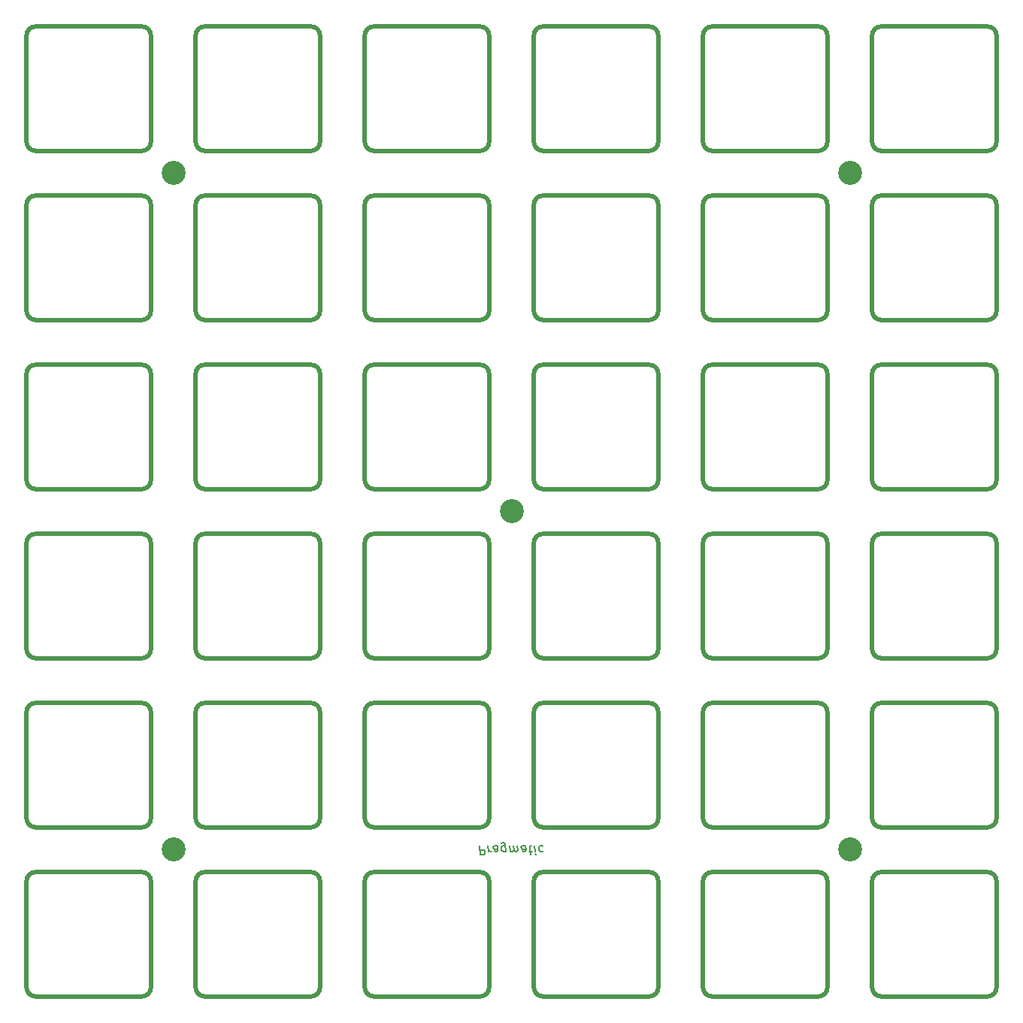
<source format=gbs>
%TF.GenerationSoftware,KiCad,Pcbnew,(6.0.1-0)*%
%TF.CreationDate,2022-02-06T13:55:38+08:00*%
%TF.ProjectId,Plate,506c6174-652e-46b6-9963-61645f706362,rev?*%
%TF.SameCoordinates,Original*%
%TF.FileFunction,Soldermask,Bot*%
%TF.FilePolarity,Negative*%
%FSLAX46Y46*%
G04 Gerber Fmt 4.6, Leading zero omitted, Abs format (unit mm)*
G04 Created by KiCad (PCBNEW (6.0.1-0)) date 2022-02-06 13:55:38*
%MOMM*%
%LPD*%
G01*
G04 APERTURE LIST*
%ADD10C,0.150000*%
%ADD11C,0.500000*%
%ADD12C,2.700000*%
G04 APERTURE END LIST*
D10*
X75732706Y-117022619D02*
X75857706Y-118022619D01*
X76238658Y-118022619D01*
X76327944Y-117975000D01*
X76369611Y-117927380D01*
X76405325Y-117832142D01*
X76387468Y-117689285D01*
X76327944Y-117594047D01*
X76274373Y-117546428D01*
X76173182Y-117498809D01*
X75792230Y-117498809D01*
X76732706Y-117022619D02*
X76816039Y-117689285D01*
X76792230Y-117498809D02*
X76851753Y-117594047D01*
X76905325Y-117641666D01*
X77006515Y-117689285D01*
X77101753Y-117689285D01*
X77780325Y-117022619D02*
X77845801Y-117546428D01*
X77810087Y-117641666D01*
X77720801Y-117689285D01*
X77530325Y-117689285D01*
X77429134Y-117641666D01*
X77786277Y-117070238D02*
X77685087Y-117022619D01*
X77446992Y-117022619D01*
X77357706Y-117070238D01*
X77321992Y-117165476D01*
X77333896Y-117260714D01*
X77393420Y-117355952D01*
X77494611Y-117403571D01*
X77732706Y-117403571D01*
X77833896Y-117451190D01*
X78768420Y-117689285D02*
X78667230Y-116879761D01*
X78607706Y-116784523D01*
X78554134Y-116736904D01*
X78452944Y-116689285D01*
X78310087Y-116689285D01*
X78220801Y-116736904D01*
X78691039Y-117070238D02*
X78589849Y-117022619D01*
X78399373Y-117022619D01*
X78310087Y-117070238D01*
X78268420Y-117117857D01*
X78232706Y-117213095D01*
X78268420Y-117498809D01*
X78327944Y-117594047D01*
X78381515Y-117641666D01*
X78482706Y-117689285D01*
X78673182Y-117689285D01*
X78762468Y-117641666D01*
X79161277Y-117022619D02*
X79244611Y-117689285D01*
X79232706Y-117594047D02*
X79286277Y-117641666D01*
X79387468Y-117689285D01*
X79530325Y-117689285D01*
X79619611Y-117641666D01*
X79655325Y-117546428D01*
X79589849Y-117022619D01*
X79655325Y-117546428D02*
X79714849Y-117641666D01*
X79816039Y-117689285D01*
X79958896Y-117689285D01*
X80048182Y-117641666D01*
X80083896Y-117546428D01*
X80018420Y-117022619D01*
X80923182Y-117022619D02*
X80988658Y-117546428D01*
X80952944Y-117641666D01*
X80863658Y-117689285D01*
X80673182Y-117689285D01*
X80571992Y-117641666D01*
X80929134Y-117070238D02*
X80827944Y-117022619D01*
X80589849Y-117022619D01*
X80500563Y-117070238D01*
X80464849Y-117165476D01*
X80476753Y-117260714D01*
X80536277Y-117355952D01*
X80637468Y-117403571D01*
X80875563Y-117403571D01*
X80976753Y-117451190D01*
X81339849Y-117689285D02*
X81720801Y-117689285D01*
X81524373Y-118022619D02*
X81417230Y-117165476D01*
X81452944Y-117070238D01*
X81542230Y-117022619D01*
X81637468Y-117022619D01*
X81970801Y-117022619D02*
X82054134Y-117689285D01*
X82095801Y-118022619D02*
X82042230Y-117975000D01*
X82083896Y-117927380D01*
X82137468Y-117975000D01*
X82095801Y-118022619D01*
X82083896Y-117927380D01*
X82881515Y-117070238D02*
X82780325Y-117022619D01*
X82589849Y-117022619D01*
X82500563Y-117070238D01*
X82458896Y-117117857D01*
X82423182Y-117213095D01*
X82458896Y-117498809D01*
X82518420Y-117594047D01*
X82571992Y-117641666D01*
X82673182Y-117689285D01*
X82863658Y-117689285D01*
X82952944Y-117641666D01*
D11*
%TO.C,REF\u002A\u002A27*%
X94899999Y-114950001D02*
X82899999Y-114950001D01*
X81900000Y-101950000D02*
X81900000Y-113950000D01*
X82900000Y-100950000D02*
X94900000Y-100950000D01*
X95900000Y-113950000D02*
X95900000Y-101950000D01*
X81899999Y-113950001D02*
G75*
G03*
X82899999Y-114950001I1000003J3D01*
G01*
X95900001Y-101949999D02*
G75*
G03*
X94900001Y-100949999I-1000003J-3D01*
G01*
X82900000Y-100950000D02*
G75*
G03*
X81900000Y-101950000I3J-1000003D01*
G01*
X94900001Y-114950001D02*
G75*
G03*
X95900001Y-113950001I-3J1000003D01*
G01*
%TO.C,REF\u002A\u002A19*%
X57800000Y-94900000D02*
X57800000Y-82900000D01*
X44800000Y-81900000D02*
X56800000Y-81900000D01*
X56799999Y-95900001D02*
X44799999Y-95900001D01*
X43800000Y-82900000D02*
X43800000Y-94900000D01*
X44800000Y-81900000D02*
G75*
G03*
X43800000Y-82900000I3J-1000003D01*
G01*
X56800001Y-95900001D02*
G75*
G03*
X57800001Y-94900001I-3J1000003D01*
G01*
X57800001Y-82899999D02*
G75*
G03*
X56800001Y-81899999I-1000003J-3D01*
G01*
X43799999Y-94900001D02*
G75*
G03*
X44799999Y-95900001I1000003J3D01*
G01*
%TO.C,REF\u002A\u002A10*%
X114950000Y-56800000D02*
X114950000Y-44800000D01*
X113949999Y-57800001D02*
X101949999Y-57800001D01*
X101950000Y-43800000D02*
X113950000Y-43800000D01*
X100950000Y-44800000D02*
X100950000Y-56800000D01*
X100949999Y-56800001D02*
G75*
G03*
X101949999Y-57800001I1000003J3D01*
G01*
X114950001Y-44799999D02*
G75*
G03*
X113950001Y-43799999I-1000003J-3D01*
G01*
X113950001Y-57800001D02*
G75*
G03*
X114950001Y-56800001I-3J1000003D01*
G01*
X101950000Y-43800000D02*
G75*
G03*
X100950000Y-44800000I3J-1000003D01*
G01*
%TO.C,REF\u002A\u002A2*%
X62850000Y-25750000D02*
X62850000Y-37750000D01*
X76850000Y-37750000D02*
X76850000Y-25750000D01*
X63850000Y-24750000D02*
X75850000Y-24750000D01*
X75849999Y-38750001D02*
X63849999Y-38750001D01*
X63850000Y-24750000D02*
G75*
G03*
X62850000Y-25750000I3J-1000003D01*
G01*
X62849999Y-37750001D02*
G75*
G03*
X63849999Y-38750001I1000003J3D01*
G01*
X76850001Y-25749999D02*
G75*
G03*
X75850001Y-24749999I-1000003J-3D01*
G01*
X75850001Y-38750001D02*
G75*
G03*
X76850001Y-37750001I-3J1000003D01*
G01*
%TO.C,REF\u002A\u002A3*%
X82900000Y-24750000D02*
X94900000Y-24750000D01*
X81900000Y-25750000D02*
X81900000Y-37750000D01*
X95900000Y-37750000D02*
X95900000Y-25750000D01*
X94899999Y-38750001D02*
X82899999Y-38750001D01*
X82900000Y-24750000D02*
G75*
G03*
X81900000Y-25750000I3J-1000003D01*
G01*
X95900001Y-25749999D02*
G75*
G03*
X94900001Y-24749999I-1000003J-3D01*
G01*
X94900001Y-38750001D02*
G75*
G03*
X95900001Y-37750001I-3J1000003D01*
G01*
X81899999Y-37750001D02*
G75*
G03*
X82899999Y-38750001I1000003J3D01*
G01*
%TO.C,REF\u002A\u002A13*%
X43800000Y-63850000D02*
X43800000Y-75850000D01*
X57800000Y-75850000D02*
X57800000Y-63850000D01*
X44800000Y-62850000D02*
X56800000Y-62850000D01*
X56799999Y-76850001D02*
X44799999Y-76850001D01*
X43799999Y-75850001D02*
G75*
G03*
X44799999Y-76850001I1000003J3D01*
G01*
X44800000Y-62850000D02*
G75*
G03*
X43800000Y-63850000I3J-1000003D01*
G01*
X56800001Y-76850001D02*
G75*
G03*
X57800001Y-75850001I-3J1000003D01*
G01*
X57800001Y-63849999D02*
G75*
G03*
X56800001Y-62849999I-1000003J-3D01*
G01*
%TO.C,REF\u002A\u002A23*%
X134000000Y-94900000D02*
X134000000Y-82900000D01*
X132999999Y-95900001D02*
X120999999Y-95900001D01*
X120000000Y-82900000D02*
X120000000Y-94900000D01*
X121000000Y-81900000D02*
X133000000Y-81900000D01*
X121000000Y-81900000D02*
G75*
G03*
X120000000Y-82900000I3J-1000003D01*
G01*
X133000001Y-95900001D02*
G75*
G03*
X134000001Y-94900001I-3J1000003D01*
G01*
X134000001Y-82899999D02*
G75*
G03*
X133000001Y-81899999I-1000003J-3D01*
G01*
X119999999Y-94900001D02*
G75*
G03*
X120999999Y-95900001I1000003J3D01*
G01*
%TO.C,REF\u002A\u002A6*%
X37749999Y-57800001D02*
X25749999Y-57800001D01*
X38750000Y-56800000D02*
X38750000Y-44800000D01*
X25750000Y-43800000D02*
X37750000Y-43800000D01*
X24750000Y-44800000D02*
X24750000Y-56800000D01*
X38750001Y-44799999D02*
G75*
G03*
X37750001Y-43799999I-1000003J-3D01*
G01*
X24749999Y-56800001D02*
G75*
G03*
X25749999Y-57800001I1000003J3D01*
G01*
X37750001Y-57800001D02*
G75*
G03*
X38750001Y-56800001I-3J1000003D01*
G01*
X25750000Y-43800000D02*
G75*
G03*
X24750000Y-44800000I3J-1000003D01*
G01*
%TO.C,REF\u002A\u002A35*%
X120000000Y-121000000D02*
X120000000Y-133000000D01*
X134000000Y-133000000D02*
X134000000Y-121000000D01*
X132999999Y-134000001D02*
X120999999Y-134000001D01*
X121000000Y-120000000D02*
X133000000Y-120000000D01*
X133000001Y-134000001D02*
G75*
G03*
X134000001Y-133000001I-3J1000003D01*
G01*
X134000001Y-120999999D02*
G75*
G03*
X133000001Y-119999999I-1000003J-3D01*
G01*
X119999999Y-133000001D02*
G75*
G03*
X120999999Y-134000001I1000003J3D01*
G01*
X121000000Y-120000000D02*
G75*
G03*
X120000000Y-121000000I3J-1000003D01*
G01*
%TO.C,REF\u002A\u002A26*%
X76850000Y-113950000D02*
X76850000Y-101950000D01*
X63850000Y-100950000D02*
X75850000Y-100950000D01*
X75849999Y-114950001D02*
X63849999Y-114950001D01*
X62850000Y-101950000D02*
X62850000Y-113950000D01*
X76850001Y-101949999D02*
G75*
G03*
X75850001Y-100949999I-1000003J-3D01*
G01*
X62849999Y-113950001D02*
G75*
G03*
X63849999Y-114950001I1000003J3D01*
G01*
X63850000Y-100950000D02*
G75*
G03*
X62850000Y-101950000I3J-1000003D01*
G01*
X75850001Y-114950001D02*
G75*
G03*
X76850001Y-113950001I-3J1000003D01*
G01*
%TO.C,REF\u002A\u002A22*%
X101950000Y-81900000D02*
X113950000Y-81900000D01*
X113949999Y-95900001D02*
X101949999Y-95900001D01*
X114950000Y-94900000D02*
X114950000Y-82900000D01*
X100950000Y-82900000D02*
X100950000Y-94900000D01*
X114950001Y-82899999D02*
G75*
G03*
X113950001Y-81899999I-1000003J-3D01*
G01*
X113950001Y-95900001D02*
G75*
G03*
X114950001Y-94900001I-3J1000003D01*
G01*
X101950000Y-81900000D02*
G75*
G03*
X100950000Y-82900000I3J-1000003D01*
G01*
X100949999Y-94900001D02*
G75*
G03*
X101949999Y-95900001I1000003J3D01*
G01*
%TO.C,REF\u002A\u002A31*%
X56799999Y-134000001D02*
X44799999Y-134000001D01*
X44800000Y-120000000D02*
X56800000Y-120000000D01*
X57800000Y-133000000D02*
X57800000Y-121000000D01*
X43800000Y-121000000D02*
X43800000Y-133000000D01*
X43799999Y-133000001D02*
G75*
G03*
X44799999Y-134000001I1000003J3D01*
G01*
X57800001Y-120999999D02*
G75*
G03*
X56800001Y-119999999I-1000003J-3D01*
G01*
X56800001Y-134000001D02*
G75*
G03*
X57800001Y-133000001I-3J1000003D01*
G01*
X44800000Y-120000000D02*
G75*
G03*
X43800000Y-121000000I3J-1000003D01*
G01*
%TO.C,REF\u002A\u002A17*%
X120000000Y-63850000D02*
X120000000Y-75850000D01*
X132999999Y-76850001D02*
X120999999Y-76850001D01*
X121000000Y-62850000D02*
X133000000Y-62850000D01*
X134000000Y-75850000D02*
X134000000Y-63850000D01*
X119999999Y-75850001D02*
G75*
G03*
X120999999Y-76850001I1000003J3D01*
G01*
X133000001Y-76850001D02*
G75*
G03*
X134000001Y-75850001I-3J1000003D01*
G01*
X121000000Y-62850000D02*
G75*
G03*
X120000000Y-63850000I3J-1000003D01*
G01*
X134000001Y-63849999D02*
G75*
G03*
X133000001Y-62849999I-1000003J-3D01*
G01*
%TO.C,REF\u002A\u002A28*%
X101950000Y-100950000D02*
X113950000Y-100950000D01*
X114950000Y-113950000D02*
X114950000Y-101950000D01*
X100950000Y-101950000D02*
X100950000Y-113950000D01*
X113949999Y-114950001D02*
X101949999Y-114950001D01*
X114950001Y-101949999D02*
G75*
G03*
X113950001Y-100949999I-1000003J-3D01*
G01*
X100949999Y-113950001D02*
G75*
G03*
X101949999Y-114950001I1000003J3D01*
G01*
X113950001Y-114950001D02*
G75*
G03*
X114950001Y-113950001I-3J1000003D01*
G01*
X101950000Y-100950000D02*
G75*
G03*
X100950000Y-101950000I3J-1000003D01*
G01*
%TO.C,REF\u002A\u002A8*%
X63850000Y-43800000D02*
X75850000Y-43800000D01*
X76850000Y-56800000D02*
X76850000Y-44800000D01*
X62850000Y-44800000D02*
X62850000Y-56800000D01*
X75849999Y-57800001D02*
X63849999Y-57800001D01*
X63850000Y-43800000D02*
G75*
G03*
X62850000Y-44800000I3J-1000003D01*
G01*
X76850001Y-44799999D02*
G75*
G03*
X75850001Y-43799999I-1000003J-3D01*
G01*
X62849999Y-56800001D02*
G75*
G03*
X63849999Y-57800001I1000003J3D01*
G01*
X75850001Y-57800001D02*
G75*
G03*
X76850001Y-56800001I-3J1000003D01*
G01*
%TO.C,REF\u002A\u002A4*%
X114950000Y-37750000D02*
X114950000Y-25750000D01*
X101950000Y-24750000D02*
X113950000Y-24750000D01*
X113949999Y-38750001D02*
X101949999Y-38750001D01*
X100950000Y-25750000D02*
X100950000Y-37750000D01*
X100949999Y-37750001D02*
G75*
G03*
X101949999Y-38750001I1000003J3D01*
G01*
X114950001Y-25749999D02*
G75*
G03*
X113950001Y-24749999I-1000003J-3D01*
G01*
X113950001Y-38750001D02*
G75*
G03*
X114950001Y-37750001I-3J1000003D01*
G01*
X101950000Y-24750000D02*
G75*
G03*
X100950000Y-25750000I3J-1000003D01*
G01*
%TO.C,REF\u002A\u002A20*%
X63850000Y-81900000D02*
X75850000Y-81900000D01*
X76850000Y-94900000D02*
X76850000Y-82900000D01*
X62850000Y-82900000D02*
X62850000Y-94900000D01*
X75849999Y-95900001D02*
X63849999Y-95900001D01*
X63850000Y-81900000D02*
G75*
G03*
X62850000Y-82900000I3J-1000003D01*
G01*
X75850001Y-95900001D02*
G75*
G03*
X76850001Y-94900001I-3J1000003D01*
G01*
X62849999Y-94900001D02*
G75*
G03*
X63849999Y-95900001I1000003J3D01*
G01*
X76850001Y-82899999D02*
G75*
G03*
X75850001Y-81899999I-1000003J-3D01*
G01*
%TO.C,REF\u002A\u002A33*%
X95900000Y-133000000D02*
X95900000Y-121000000D01*
X94899999Y-134000001D02*
X82899999Y-134000001D01*
X82900000Y-120000000D02*
X94900000Y-120000000D01*
X81900000Y-121000000D02*
X81900000Y-133000000D01*
X81899999Y-133000001D02*
G75*
G03*
X82899999Y-134000001I1000003J3D01*
G01*
X95900001Y-120999999D02*
G75*
G03*
X94900001Y-119999999I-1000003J-3D01*
G01*
X82900000Y-120000000D02*
G75*
G03*
X81900000Y-121000000I3J-1000003D01*
G01*
X94900001Y-134000001D02*
G75*
G03*
X95900001Y-133000001I-3J1000003D01*
G01*
%TO.C,REF\u002A\u002A32*%
X62850000Y-121000000D02*
X62850000Y-133000000D01*
X63850000Y-120000000D02*
X75850000Y-120000000D01*
X76850000Y-133000000D02*
X76850000Y-121000000D01*
X75849999Y-134000001D02*
X63849999Y-134000001D01*
X75850001Y-134000001D02*
G75*
G03*
X76850001Y-133000001I-3J1000003D01*
G01*
X62849999Y-133000001D02*
G75*
G03*
X63849999Y-134000001I1000003J3D01*
G01*
X63850000Y-120000000D02*
G75*
G03*
X62850000Y-121000000I3J-1000003D01*
G01*
X76850001Y-120999999D02*
G75*
G03*
X75850001Y-119999999I-1000003J-3D01*
G01*
%TO.C,REF\u002A\u002A29*%
X132999999Y-114950001D02*
X120999999Y-114950001D01*
X134000000Y-113950000D02*
X134000000Y-101950000D01*
X120000000Y-101950000D02*
X120000000Y-113950000D01*
X121000000Y-100950000D02*
X133000000Y-100950000D01*
X119999999Y-113950001D02*
G75*
G03*
X120999999Y-114950001I1000003J3D01*
G01*
X134000001Y-101949999D02*
G75*
G03*
X133000001Y-100949999I-1000003J-3D01*
G01*
X133000001Y-114950001D02*
G75*
G03*
X134000001Y-113950001I-3J1000003D01*
G01*
X121000000Y-100950000D02*
G75*
G03*
X120000000Y-101950000I3J-1000003D01*
G01*
%TO.C,REF\u002A\u002A34*%
X114950000Y-133000000D02*
X114950000Y-121000000D01*
X113949999Y-134000001D02*
X101949999Y-134000001D01*
X100950000Y-121000000D02*
X100950000Y-133000000D01*
X101950000Y-120000000D02*
X113950000Y-120000000D01*
X114950001Y-120999999D02*
G75*
G03*
X113950001Y-119999999I-1000003J-3D01*
G01*
X113950001Y-134000001D02*
G75*
G03*
X114950001Y-133000001I-3J1000003D01*
G01*
X101950000Y-120000000D02*
G75*
G03*
X100950000Y-121000000I3J-1000003D01*
G01*
X100949999Y-133000001D02*
G75*
G03*
X101949999Y-134000001I1000003J3D01*
G01*
%TO.C,REF\u002A\u002A5*%
X120000000Y-25750000D02*
X120000000Y-37750000D01*
X134000000Y-37750000D02*
X134000000Y-25750000D01*
X132999999Y-38750001D02*
X120999999Y-38750001D01*
X121000000Y-24750000D02*
X133000000Y-24750000D01*
X119999999Y-37750001D02*
G75*
G03*
X120999999Y-38750001I1000003J3D01*
G01*
X133000001Y-38750001D02*
G75*
G03*
X134000001Y-37750001I-3J1000003D01*
G01*
X121000000Y-24750000D02*
G75*
G03*
X120000000Y-25750000I3J-1000003D01*
G01*
X134000001Y-25749999D02*
G75*
G03*
X133000001Y-24749999I-1000003J-3D01*
G01*
%TO.C,REF\u002A\u002A30*%
X25750000Y-120000000D02*
X37750000Y-120000000D01*
X38750000Y-133000000D02*
X38750000Y-121000000D01*
X24750000Y-121000000D02*
X24750000Y-133000000D01*
X37749999Y-134000001D02*
X25749999Y-134000001D01*
X38750001Y-120999999D02*
G75*
G03*
X37750001Y-119999999I-1000003J-3D01*
G01*
X25750000Y-120000000D02*
G75*
G03*
X24750000Y-121000000I3J-1000003D01*
G01*
X24749999Y-133000001D02*
G75*
G03*
X25749999Y-134000001I1000003J3D01*
G01*
X37750001Y-134000001D02*
G75*
G03*
X38750001Y-133000001I-3J1000003D01*
G01*
%TO.C,REF\u002A\u002A16*%
X100950000Y-63850000D02*
X100950000Y-75850000D01*
X113949999Y-76850001D02*
X101949999Y-76850001D01*
X101950000Y-62850000D02*
X113950000Y-62850000D01*
X114950000Y-75850000D02*
X114950000Y-63850000D01*
X100949999Y-75850001D02*
G75*
G03*
X101949999Y-76850001I1000003J3D01*
G01*
X114950001Y-63849999D02*
G75*
G03*
X113950001Y-62849999I-1000003J-3D01*
G01*
X101950000Y-62850000D02*
G75*
G03*
X100950000Y-63850000I3J-1000003D01*
G01*
X113950001Y-76850001D02*
G75*
G03*
X114950001Y-75850001I-3J1000003D01*
G01*
%TO.C,REF\u002A\u002A12*%
X38750000Y-75850000D02*
X38750000Y-63850000D01*
X37749999Y-76850001D02*
X25749999Y-76850001D01*
X25750000Y-62850000D02*
X37750000Y-62850000D01*
X24750000Y-63850000D02*
X24750000Y-75850000D01*
X38750001Y-63849999D02*
G75*
G03*
X37750001Y-62849999I-1000003J-3D01*
G01*
X25750000Y-62850000D02*
G75*
G03*
X24750000Y-63850000I3J-1000003D01*
G01*
X24749999Y-75850001D02*
G75*
G03*
X25749999Y-76850001I1000003J3D01*
G01*
X37750001Y-76850001D02*
G75*
G03*
X38750001Y-75850001I-3J1000003D01*
G01*
%TO.C,REF\u002A\u002A15*%
X94899999Y-76850001D02*
X82899999Y-76850001D01*
X95900000Y-75850000D02*
X95900000Y-63850000D01*
X81900000Y-63850000D02*
X81900000Y-75850000D01*
X82900000Y-62850000D02*
X94900000Y-62850000D01*
X94900001Y-76850001D02*
G75*
G03*
X95900001Y-75850001I-3J1000003D01*
G01*
X81899999Y-75850001D02*
G75*
G03*
X82899999Y-76850001I1000003J3D01*
G01*
X95900001Y-63849999D02*
G75*
G03*
X94900001Y-62849999I-1000003J-3D01*
G01*
X82900000Y-62850000D02*
G75*
G03*
X81900000Y-63850000I3J-1000003D01*
G01*
%TO.C,REF\u002A\u002A11*%
X132999999Y-57800001D02*
X120999999Y-57800001D01*
X134000000Y-56800000D02*
X134000000Y-44800000D01*
X121000000Y-43800000D02*
X133000000Y-43800000D01*
X120000000Y-44800000D02*
X120000000Y-56800000D01*
X121000000Y-43800000D02*
G75*
G03*
X120000000Y-44800000I3J-1000003D01*
G01*
X134000001Y-44799999D02*
G75*
G03*
X133000001Y-43799999I-1000003J-3D01*
G01*
X119999999Y-56800001D02*
G75*
G03*
X120999999Y-57800001I1000003J3D01*
G01*
X133000001Y-57800001D02*
G75*
G03*
X134000001Y-56800001I-3J1000003D01*
G01*
%TO.C,REF\u002A\u002A14*%
X76850000Y-75850000D02*
X76850000Y-63850000D01*
X63850000Y-62850000D02*
X75850000Y-62850000D01*
X62850000Y-63850000D02*
X62850000Y-75850000D01*
X75849999Y-76850001D02*
X63849999Y-76850001D01*
X76850001Y-63849999D02*
G75*
G03*
X75850001Y-62849999I-1000003J-3D01*
G01*
X75850001Y-76850001D02*
G75*
G03*
X76850001Y-75850001I-3J1000003D01*
G01*
X62849999Y-75850001D02*
G75*
G03*
X63849999Y-76850001I1000003J3D01*
G01*
X63850000Y-62850000D02*
G75*
G03*
X62850000Y-63850000I3J-1000003D01*
G01*
%TO.C,REF\u002A\u002A7*%
X44800000Y-43800000D02*
X56800000Y-43800000D01*
X57800000Y-56800000D02*
X57800000Y-44800000D01*
X56799999Y-57800001D02*
X44799999Y-57800001D01*
X43800000Y-44800000D02*
X43800000Y-56800000D01*
X56800001Y-57800001D02*
G75*
G03*
X57800001Y-56800001I-3J1000003D01*
G01*
X44800000Y-43800000D02*
G75*
G03*
X43800000Y-44800000I3J-1000003D01*
G01*
X43799999Y-56800001D02*
G75*
G03*
X44799999Y-57800001I1000003J3D01*
G01*
X57800001Y-44799999D02*
G75*
G03*
X56800001Y-43799999I-1000003J-3D01*
G01*
%TO.C,REF\u002A\u002A21*%
X82900000Y-81900000D02*
X94900000Y-81900000D01*
X94899999Y-95900001D02*
X82899999Y-95900001D01*
X81900000Y-82900000D02*
X81900000Y-94900000D01*
X95900000Y-94900000D02*
X95900000Y-82900000D01*
X81899999Y-94900001D02*
G75*
G03*
X82899999Y-95900001I1000003J3D01*
G01*
X82900000Y-81900000D02*
G75*
G03*
X81900000Y-82900000I3J-1000003D01*
G01*
X94900001Y-95900001D02*
G75*
G03*
X95900001Y-94900001I-3J1000003D01*
G01*
X95900001Y-82899999D02*
G75*
G03*
X94900001Y-81899999I-1000003J-3D01*
G01*
%TO.C,REF\u002A\u002A9*%
X81900000Y-44800000D02*
X81900000Y-56800000D01*
X82900000Y-43800000D02*
X94900000Y-43800000D01*
X94899999Y-57800001D02*
X82899999Y-57800001D01*
X95900000Y-56800000D02*
X95900000Y-44800000D01*
X82900000Y-43800000D02*
G75*
G03*
X81900000Y-44800000I3J-1000003D01*
G01*
X95900001Y-44799999D02*
G75*
G03*
X94900001Y-43799999I-1000003J-3D01*
G01*
X94900001Y-57800001D02*
G75*
G03*
X95900001Y-56800001I-3J1000003D01*
G01*
X81899999Y-56800001D02*
G75*
G03*
X82899999Y-57800001I1000003J3D01*
G01*
%TO.C,REF\u002A\u002A1*%
X56799999Y-38750001D02*
X44799999Y-38750001D01*
X57800000Y-37750000D02*
X57800000Y-25750000D01*
X43800000Y-25750000D02*
X43800000Y-37750000D01*
X44800000Y-24750000D02*
X56800000Y-24750000D01*
X57800001Y-25749999D02*
G75*
G03*
X56800001Y-24749999I-1000003J-3D01*
G01*
X56800001Y-38750001D02*
G75*
G03*
X57800001Y-37750001I-3J1000003D01*
G01*
X44800000Y-24750000D02*
G75*
G03*
X43800000Y-25750000I3J-1000003D01*
G01*
X43799999Y-37750001D02*
G75*
G03*
X44799999Y-38750001I1000003J3D01*
G01*
%TO.C,REF\u002A\u002A*%
X38750000Y-37750000D02*
X38750000Y-25750000D01*
X24750000Y-25750000D02*
X24750000Y-37750000D01*
X37749999Y-38750001D02*
X25749999Y-38750001D01*
X25750000Y-24750000D02*
X37750000Y-24750000D01*
X38750001Y-25749999D02*
G75*
G03*
X37750001Y-24749999I-1000003J-3D01*
G01*
X25750000Y-24750000D02*
G75*
G03*
X24750000Y-25750000I3J-1000003D01*
G01*
X37750001Y-38750001D02*
G75*
G03*
X38750001Y-37750001I-3J1000003D01*
G01*
X24749999Y-37750001D02*
G75*
G03*
X25749999Y-38750001I1000003J3D01*
G01*
%TO.C,REF\u002A\u002A18*%
X38750000Y-94900000D02*
X38750000Y-82900000D01*
X24750000Y-82900000D02*
X24750000Y-94900000D01*
X25750000Y-81900000D02*
X37750000Y-81900000D01*
X37749999Y-95900001D02*
X25749999Y-95900001D01*
X24749999Y-94900001D02*
G75*
G03*
X25749999Y-95900001I1000003J3D01*
G01*
X25750000Y-81900000D02*
G75*
G03*
X24750000Y-82900000I3J-1000003D01*
G01*
X37750001Y-95900001D02*
G75*
G03*
X38750001Y-94900001I-3J1000003D01*
G01*
X38750001Y-82899999D02*
G75*
G03*
X37750001Y-81899999I-1000003J-3D01*
G01*
%TO.C,REF\u002A\u002A24*%
X25750000Y-100950000D02*
X37750000Y-100950000D01*
X38750000Y-113950000D02*
X38750000Y-101950000D01*
X24750000Y-101950000D02*
X24750000Y-113950000D01*
X37749999Y-114950001D02*
X25749999Y-114950001D01*
X24749999Y-113950001D02*
G75*
G03*
X25749999Y-114950001I1000003J3D01*
G01*
X37750001Y-114950001D02*
G75*
G03*
X38750001Y-113950001I-3J1000003D01*
G01*
X25750000Y-100950000D02*
G75*
G03*
X24750000Y-101950000I3J-1000003D01*
G01*
X38750001Y-101949999D02*
G75*
G03*
X37750001Y-100949999I-1000003J-3D01*
G01*
%TO.C,REF\u002A\u002A25*%
X44800000Y-100950000D02*
X56800000Y-100950000D01*
X43800000Y-101950000D02*
X43800000Y-113950000D01*
X56799999Y-114950001D02*
X44799999Y-114950001D01*
X57800000Y-113950000D02*
X57800000Y-101950000D01*
X44800000Y-100950000D02*
G75*
G03*
X43800000Y-101950000I3J-1000003D01*
G01*
X56800001Y-114950001D02*
G75*
G03*
X57800001Y-113950001I-3J1000003D01*
G01*
X43799999Y-113950001D02*
G75*
G03*
X44799999Y-114950001I1000003J3D01*
G01*
X57800001Y-101949999D02*
G75*
G03*
X56800001Y-100949999I-1000003J-3D01*
G01*
%TD*%
D12*
%TO.C,REF\u002A\u002A*%
X117475000Y-117475000D03*
%TD*%
%TO.C,REF\u002A\u002A*%
X41275000Y-41275000D03*
%TD*%
%TO.C,REF\u002A\u002A*%
X79375000Y-79375000D03*
%TD*%
%TO.C,REF\u002A\u002A*%
X117475000Y-41275000D03*
%TD*%
%TO.C,REF\u002A\u002A*%
X41275000Y-117475000D03*
%TD*%
M02*

</source>
